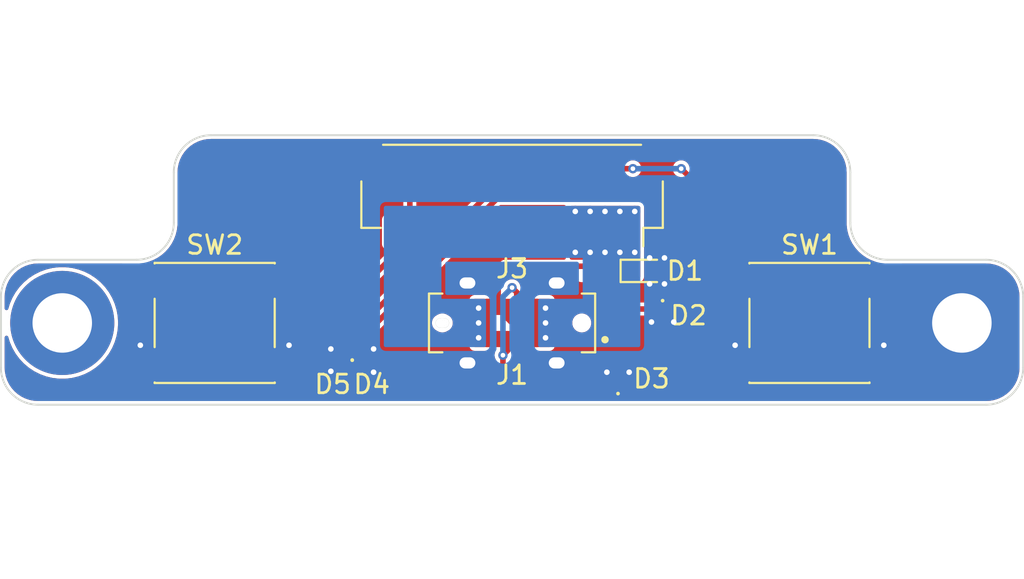
<source format=kicad_pcb>
(kicad_pcb (version 20221018) (generator pcbnew)
  (title_block (title "Galia USB-C breakout board") (date "2023-07-17") (rev "V1.0") (company "Created by Ariamelon (https://github.com/Ariamelon/Galia/)") (comment 1 "Licensed under CC BY 4.0."))
  (layers (0 "F.Cu" signal) (31 "B.Cu" signal) (34 "B.Paste" user) (35 "F.Paste" user) (36 "B.SilkS" user "B.Silkscreen") (37 "F.SilkS" user "F.Silkscreen") (38 "B.Mask" user) (39 "F.Mask" user) (44 "Edge.Cuts" user))
  (net 0 "")
  (net 1 "VBUS")
  (net 2 "GND")
  (net 3 "CC1")
  (net 4 "/D+")
  (net 5 "/D-")
  (net 7 "CC2")
  (net 9 "/BOOTSEL")
  (net 10 "/~{RST}")
  (footprint "Galia:MountingHole_3.2mm_M3_Pad" (layer "F.Cu") (at 65.8 53)
    (fp_text reference "H1" hide)
    (fp_text value "M3" hide)
    (pad "1" thru_hole circle (at 0 0) (size 5.6 5.6) (drill 3.2) (layers "*.Cu" "*.Mask"))
  )
  (footprint "Galia:MountingHole_3.2mm_M3_Pad" (layer "F.Cu") (at 114.2 53)
    (fp_text reference "H2" hide)
    (fp_text value "M3" hide)
    (pad "1" thru_hole circle (at 0 0) (size 5.6 5.6) (drill 3.2) (layers "*.Cu" "*.Mask") (net 2 "GND"))
  )
  (footprint "Galia:Texas_DPY0002A_0.6x1mm_P0.65mm" (layer "F.Cu") (at 95.7 56 90)
    (fp_text reference "D3" (at 0 1.8 unlocked) (layer "F.SilkS"))
    (fp_text value "5V")
    (fp_circle (center -0.8 0) (end -0.75 0) (stroke (width 0.1)) (fill none) (layer "F.SilkS"))
    (pad "1" smd rect (at -0.35 0 90) (size 0.3 0.5) (layers "F.Cu" "F.Paste" "F.Mask") (net 3 "CC1"))
    (pad "2" smd rect (at 0.35 0 90) (size 0.3 0.5) (layers "F.Cu" "F.Paste" "F.Mask") (net 2 "GND"))
  )
  (footprint "Galia:Texas_DPY0002A_0.6x1mm_P0.65mm" (layer "F.Cu") (at 80.6 55 180)
    (fp_text reference "D5" (at 0.25 -1.3 unlocked) (layer "F.SilkS"))
    (fp_text value "5V")
    (fp_circle (center -0.8 0) (end -0.75 0) (stroke (width 0.1)) (fill none) (layer "F.SilkS"))
    (pad "1" smd rect (at -0.35 0 180) (size 0.3 0.5) (layers "F.Cu" "F.Paste" "F.Mask") (net 4 "/D+"))
    (pad "2" smd rect (at 0.35 0 180) (size 0.3 0.5) (layers "F.Cu" "F.Paste" "F.Mask") (net 2 "GND"))
  )
  (footprint "Galia:SW_SPST_PTS645" (layer "F.Cu") (at 74 53 180)
    (fp_text reference "SW2" (at 0 4.2 unlocked) (layer "F.SilkS"))
    (fp_text value "PTS45")
    (fp_line (start -3.23 -3.23) (end 3.23 -3.23) (stroke (width 0.12)) (layer "F.SilkS"))
    (fp_line (start -3.23 -3.2) (end -3.23 -3.23) (stroke (width 0.12)) (layer "F.SilkS"))
    (fp_line (start -3.23 -1.3) (end -3.23 1.3) (stroke (width 0.12)) (layer "F.SilkS"))
    (fp_line (start -3.23 3.23) (end -3.23 3.2) (stroke (width 0.12)) (layer "F.SilkS"))
    (fp_line (start -3.23 3.23) (end 3.23 3.23) (stroke (width 0.12)) (layer "F.SilkS"))
    (fp_line (start 3.23 -3.23) (end 3.23 -3.2) (stroke (width 0.12)) (layer "F.SilkS"))
    (fp_line (start 3.23 -1.3) (end 3.23 1.3) (stroke (width 0.12)) (layer "F.SilkS"))
    (fp_line (start 3.23 3.23) (end 3.23 3.2) (stroke (width 0.12)) (layer "F.SilkS"))
    (pad "1" smd rect (at -3.98 -2.25 180) (size 1.55 1.3) (layers "F.Cu" "F.Paste" "F.Mask") (net 2 "GND"))
    (pad "1" smd rect (at 3.98 -2.25 180) (size 1.55 1.3) (layers "F.Cu" "F.Paste" "F.Mask") (net 2 "GND"))
    (pad "2" smd rect (at -3.98 2.25 180) (size 1.55 1.3) (layers "F.Cu" "F.Paste" "F.Mask") (net 9 "/BOOTSEL"))
    (pad "2" smd rect (at 3.98 2.25 180) (size 1.55 1.3) (layers "F.Cu" "F.Paste" "F.Mask") (net 9 "/BOOTSEL"))
  )
  (footprint "Galia:SW_SPST_PTS645" (layer "F.Cu") (at 106 53 180)
    (fp_text reference "SW1" (at 0 4.2 unlocked) (layer "F.SilkS"))
    (fp_text value "PTS45")
    (fp_line (start -3.23 -3.23) (end 3.23 -3.23) (stroke (width 0.12)) (layer "F.SilkS"))
    (fp_line (start -3.23 -3.2) (end -3.23 -3.23) (stroke (width 0.12)) (layer "F.SilkS"))
    (fp_line (start -3.23 -1.3) (end -3.23 1.3) (stroke (width 0.12)) (layer "F.SilkS"))
    (fp_line (start -3.23 3.23) (end -3.23 3.2) (stroke (width 0.12)) (layer "F.SilkS"))
    (fp_line (start -3.23 3.23) (end 3.23 3.23) (stroke (width 0.12)) (layer "F.SilkS"))
    (fp_line (start 3.23 -3.23) (end 3.23 -3.2) (stroke (width 0.12)) (layer "F.SilkS"))
    (fp_line (start 3.23 -1.3) (end 3.23 1.3) (stroke (width 0.12)) (layer "F.SilkS"))
    (fp_line (start 3.23 3.23) (end 3.23 3.2) (stroke (width 0.12)) (layer "F.SilkS"))
    (pad "1" smd rect (at -3.98 -2.25 180) (size 1.55 1.3) (layers "F.Cu" "F.Paste" "F.Mask") (net 2 "GND"))
    (pad "1" smd rect (at 3.98 -2.25 180) (size 1.55 1.3) (layers "F.Cu" "F.Paste" "F.Mask") (net 2 "GND"))
    (pad "2" smd rect (at -3.98 2.25 180) (size 1.55 1.3) (layers "F.Cu" "F.Paste" "F.Mask") (net 10 "/~{RST}"))
    (pad "2" smd rect (at 3.98 2.25 180) (size 1.55 1.3) (layers "F.Cu" "F.Paste" "F.Mask") (net 10 "/~{RST}"))
  )
  (footprint "Galia:Texas_DPY0002A_0.6x1mm_P0.65mm" (layer "F.Cu") (at 98.1 52.6 -90)
    (fp_text reference "D2" (at 0 -1.4 unlocked) (layer "F.SilkS"))
    (fp_text value "5V")
    (fp_circle (center -0.8 0) (end -0.75 0) (stroke (width 0.1)) (fill none) (layer "F.SilkS"))
    (pad "1" smd rect (at -0.35 0 270) (size 0.3 0.5) (layers "F.Cu" "F.Paste" "F.Mask") (net 7 "CC2"))
    (pad "2" smd rect (at 0.35 0 270) (size 0.3 0.5) (layers "F.Cu" "F.Paste" "F.Mask") (net 2 "GND"))
  )
  (footprint "Galia:Texas_DPY0002A_0.6x1mm_P0.65mm" (layer "F.Cu") (at 82.2 55)
    (fp_text reference "D4" (at 0.25 1.3 unlocked) (layer "F.SilkS"))
    (fp_text value "5V")
    (fp_circle (center -0.8 0) (end -0.75 0) (stroke (width 0.1)) (fill none) (layer "F.SilkS"))
    (pad "1" smd rect (at -0.35 0) (size 0.3 0.5) (layers "F.Cu" "F.Paste" "F.Mask") (net 5 "/D-"))
    (pad "2" smd rect (at 0.35 0) (size 0.3 0.5) (layers "F.Cu" "F.Paste" "F.Mask") (net 2 "GND"))
  )
  (footprint "Galia:CON-USB4120-03-C-REVA" (layer "F.Cu") (at 90 53 180)
    (fp_text reference "J1" (at 0 -2.8 unlocked) (layer "F.SilkS"))
    (fp_text value "USB In" hide)
    (fp_line (start -4.47 -1.58) (end -4.47 1.58) (stroke (width 0.12)) (layer "F.SilkS"))
    (fp_line (start -4.47 1.58) (end -3.75 1.58) (stroke (width 0.12)) (layer "F.SilkS"))
    (fp_line (start -3.75 -1.58) (end -4.47 -1.58) (stroke (width 0.12)) (layer "F.SilkS"))
    (fp_line (start 3.75 -1.58) (end 4.47 -1.58) (stroke (width 0.12)) (layer "F.SilkS"))
    (fp_line (start 4.47 -1.58) (end 4.47 1.58) (stroke (width 0.12)) (layer "F.SilkS"))
    (fp_line (start 4.47 1.58) (end 3.75 1.58) (stroke (width 0.12)) (layer "F.SilkS"))
    (fp_circle (center -5 -0.9) (end -4.9 -0.9) (stroke (width 0.2)) (fill none) (layer "F.SilkS"))
    (fp_line (start 3.65 -0.26) (end 3.85 -0.26) (stroke (width 0.01)) (layer "Edge.Cuts"))
    (fp_line (start 3.85 0.26) (end 3.65 0.26) (stroke (width 0.01)) (layer "Edge.Cuts"))
    (fp_arc (start 3.39 0) (mid 3.466152 -0.183848) (end 3.65 -0.26) (stroke (width 0.01)) (layer "Edge.Cuts"))
    (fp_arc (start 3.65 0.26) (mid 3.466152 0.183848) (end 3.39 0) (stroke (width 0.01)) (layer "Edge.Cuts"))
    (fp_arc (start 3.85 -0.26) (mid 4.033848 -0.183848) (end 4.11 0) (stroke (width 0.01)) (layer "Edge.Cuts"))
    (fp_arc (start 4.11 0) (mid 4.033848 0.183848) (end 3.85 0.26) (stroke (width 0.01)) (layer "Edge.Cuts"))
    (pad "" np_thru_hole circle (at -3.75 0 180) (size 0.52 0.52) (drill 0.52) (layers "*.Cu" "*.Mask"))
    (pad "" np_thru_hole circle (at 3.75 0 180) (size 0.52 0.52) (drill 0.52) (layers "*.Cu" "*.Mask"))
    (pad "A1" smd rect (at -2.75 -0.865 180) (size 0.3 0.87) (layers "F.Cu" "F.Paste" "F.Mask") (net 2 "GND"))
    (pad "A4" smd rect (at -1.25 -0.865 180) (size 0.3 0.87) (layers "F.Cu" "F.Paste" "F.Mask") (net 1 "VBUS"))
    (pad "A5" smd rect (at -0.75 -0.865 180) (size 0.3 0.87) (layers "F.Cu" "F.Paste" "F.Mask") (net 3 "CC1"))
    (pad "A6" smd rect (at -0.25 -0.865 180) (size 0.3 0.87) (layers "F.Cu" "F.Paste" "F.Mask") (net 4 "/D+"))
    (pad "A7" smd rect (at 0.25 -0.865 180) (size 0.3 0.87) (layers "F.Cu" "F.Paste" "F.Mask") (net 5 "/D-"))
    (pad "A8" smd rect (at 0.75 -0.865 180) (size 0.3 0.87) (layers "F.Cu" "F.Paste" "F.Mask"))
    (pad "A9" smd rect (at 1.25 -0.865 180) (size 0.3 0.87) (layers "F.Cu" "F.Paste" "F.Mask") (net 1 "VBUS"))
    (pad "A12" smd rect (at 2.75 -0.865 180) (size 0.3 0.87) (layers "F.Cu" "F.Paste" "F.Mask") (net 2 "GND"))
    (pad "B1" smd rect (at 2.75 0.865 180) (size 0.3 0.87) (layers "F.Cu" "F.Paste" "F.Mask") (net 2 "GND"))
    (pad "B4" smd rect (at 1.25 0.865 180) (size 0.3 0.87) (layers "F.Cu" "F.Paste" "F.Mask") (net 1 "VBUS"))
    (pad "B5" smd rect (at 0.75 0.865 180) (size 0.3 0.87) (layers "F.Cu" "F.Paste" "F.Mask") (net 7 "CC2"))
    (pad "B6" smd rect (at 0.25 0.865 180) (size 0.3 0.87) (layers "F.Cu" "F.Paste" "F.Mask") (net 4 "/D+"))
    (pad "B7" smd rect (at -0.25 0.865 180) (size 0.3 0.87) (layers "F.Cu" "F.Paste" "F.Mask") (net 5 "/D-"))
    (pad "B8" smd rect (at -0.75 0.865 180) (size 0.3 0.87) (layers "F.Cu" "F.Paste" "F.Mask"))
    (pad "B9" smd rect (at -1.25 0.865 180) (size 0.3 0.87) (layers "F.Cu" "F.Paste" "F.Mask") (net 1 "VBUS"))
    (pad "B12" smd rect (at -2.75 0.865 180) (size 0.3 0.87) (layers "F.Cu" "F.Paste" "F.Mask") (net 2 "GND"))
    (pad "S1" thru_hole oval (at -2.4 -2.15 180) (size 2.2 1.1) (drill oval 0.85 0.6) (layers "*.Cu" "*.Mask") (net 2 "GND"))
    (pad "S1" thru_hole oval (at -2.4 2.15 180) (size 2.2 1.1) (drill oval 0.85 0.6) (layers "*.Cu" "*.Mask") (net 2 "GND"))
    (pad "S1" thru_hole oval (at 2.4 -2.15 180) (size 2.2 1.1) (drill oval 0.85 0.6) (layers "*.Cu" "*.Mask") (net 2 "GND"))
    (pad "S1" thru_hole oval (at 2.4 2.15 180) (size 2.2 1.1) (drill oval 0.85 0.6) (layers "*.Cu" "*.Mask") (net 2 "GND"))
  )
  (footprint "Galia:JST_SH_SM14B-SRSS-TB_1x14-1MP_P1.00mm_Horizontal" (layer "F.Cu") (at 90 46.1 180)
    (fp_text reference "J3" (at 0 -3.98 180) (layer "F.SilkS"))
    (fp_text value "USB")
    (fp_line (start -8.11 -1.785) (end -7.06 -1.785) (stroke (width 0.12)) (layer "F.SilkS"))
    (fp_line (start -8.11 0.715) (end -8.11 -1.785) (stroke (width 0.12)) (layer "F.SilkS"))
    (fp_line (start -7.06 -1.785) (end -7.06 -2.775) (stroke (width 0.12)) (layer "F.SilkS"))
    (fp_line (start -6.94 2.685) (end 6.94 2.685) (stroke (width 0.12)) (layer "F.SilkS"))
    (fp_line (start 8.11 -1.785) (end 7.06 -1.785) (stroke (width 0.12)) (layer "F.SilkS"))
    (fp_line (start 8.11 0.715) (end 8.11 -1.785) (stroke (width 0.12)) (layer "F.SilkS"))
    (pad "1" smd roundrect (at -6.5 -2 180) (size 0.6 1.55) (layers "F.Cu" "F.Paste" "F.Mask") (net 1 "VBUS"))
    (pad "2" smd roundrect (at -5.5 -2 180) (size 0.6 1.55) (layers "F.Cu" "F.Paste" "F.Mask") (net 1 "VBUS"))
    (pad "3" smd roundrect (at -4.5 -2 180) (size 0.6 1.55) (layers "F.Cu" "F.Paste" "F.Mask") (net 1 "VBUS"))
    (pad "4" smd roundrect (at -3.5 -2 180) (size 0.6 1.55) (layers "F.Cu" "F.Paste" "F.Mask") (net 1 "VBUS"))
    (pad "5" smd roundrect (at -2.5 -2 180) (size 0.6 1.55) (layers "F.Cu" "F.Paste" "F.Mask") (net 2 "GND"))
    (pad "6" smd roundrect (at -1.5 -2 180) (size 0.6 1.55) (layers "F.Cu" "F.Paste" "F.Mask") (net 2 "GND"))
    (pad "7" smd roundrect (at -0.5 -2 180) (size 0.6 1.55) (layers "F.Cu" "F.Paste" "F.Mask") (net 2 "GND"))
    (pad "8" smd roundrect (at 0.5 -2 180) (size 0.6 1.55) (layers "F.Cu" "F.Paste" "F.Mask") (net 2 "GND"))
    (pad "9" smd roundrect (at 1.5 -2 180) (size 0.6 1.55) (layers "F.Cu" "F.Paste" "F.Mask") (net 7 "CC2"))
    (pad "10" smd roundrect (at 2.5 -2 180) (size 0.6 1.55) (layers "F.Cu" "F.Paste" "F.Mask") (net 3 "CC1"))
    (pad "11" smd roundrect (at 3.5 -2 180) (size 0.6 1.55) (layers "F.Cu" "F.Paste" "F.Mask") (net 5 "/D-"))
    (pad "12" smd roundrect (at 4.5 -2 180) (size 0.6 1.55) (layers "F.Cu" "F.Paste" "F.Mask") (net 4 "/D+"))
    (pad "13" smd roundrect (at 5.5 -2 180) (size 0.6 1.55) (layers "F.Cu" "F.Paste" "F.Mask") (net 10 "/~{RST}"))
    (pad "14" smd roundrect (at 6.5 -2 180) (size 0.6 1.55) (layers "F.Cu" "F.Paste" "F.Mask") (net 9 "/BOOTSEL"))
    (pad "MP" smd roundrect (at -7.8 1.875 180) (size 1.2 1.8) (layers "F.Cu" "F.Paste" "F.Mask") (roundrect_rratio 0.2083333333) (net 2 "GND"))
    (pad "MP" smd roundrect (at 7.8 1.875 180) (size 1.2 1.8) (layers "F.Cu" "F.Paste" "F.Mask") (roundrect_rratio 0.2083333333) (net 2 "GND"))
  )
  (footprint "Diode_SMD:D_SOD-523" (layer "F.Cu") (at 97.1 50.2)
    (fp_text reference "D1" (at 2.2 0) (layer "F.SilkS"))
    (fp_text value "5V")
    (fp_line (start -1.26 -0.6) (end -1.26 0.6) (stroke (width 0.12)) (layer "F.SilkS"))
    (fp_line (start 0.7 -0.6) (end -1.26 -0.6) (stroke (width 0.12)) (layer "F.SilkS"))
    (fp_line (start 0.7 0.6) (end -1.26 0.6) (stroke (width 0.12)) (layer "F.SilkS"))
    (pad "1" smd roundrect (at -0.7 0 180) (size 0.6 0.7) (layers "F.Cu" "F.Paste" "F.Mask") (net 1 "VBUS"))
    (pad "2" smd roundrect (at 0.7 0 180) (size 0.6 0.7) (layers "F.Cu" "F.Paste" "F.Mask") (net 2 "GND"))
  )
  (gr_arc (start 106.200001 42.9) (mid 107.614214 43.485787) (end 108.200001 44.9) (stroke (width 0.1)) (layer "Edge.Cuts"))
  (gr_line (start 108.200001 44.9) (end 108.200001 47.6) (stroke (width 0.1)) (layer "Edge.Cuts"))
  (gr_line (start 115.5 57.399999) (end 64.5 57.399999) (stroke (width 0.1)) (layer "Edge.Cuts"))
  (gr_line (start 62.5 55.4) (end 62.5 51.6) (stroke (width 0.1)) (layer "Edge.Cuts"))
  (gr_arc (start 64.5 57.399999) (mid 63.085787 56.814213) (end 62.5 55.399999) (stroke (width 0.1)) (layer "Edge.Cuts"))
  (gr_line (start 71.8 44.9) (end 71.8 47.6) (stroke (width 0.1)) (layer "Edge.Cuts"))
  (gr_arc (start 117.5 55.4) (mid 116.914214 56.814214) (end 115.5 57.4) (stroke (width 0.1)) (layer "Edge.Cuts"))
  (gr_arc (start 62.5 51.6) (mid 63.085786 50.185786) (end 64.5 49.6) (stroke (width 0.1)) (layer "Edge.Cuts"))
  (gr_line (start 117.5 51.6) (end 117.5 55.4) (stroke (width 0.1)) (layer "Edge.Cuts"))
  (gr_arc (start 71.8 44.9) (mid 72.385786 43.485786) (end 73.8 42.9) (stroke (width 0.1)) (layer "Edge.Cuts"))
  (gr_arc (start 110.200001 49.6) (mid 108.785787 49.014214) (end 108.200001 47.6) (stroke (width 0.1)) (layer "Edge.Cuts"))
  (gr_line (start 110.2 49.6) (end 115.5 49.6) (stroke (width 0.1)) (layer "Edge.Cuts"))
  (gr_arc (start 71.8 47.6) (mid 71.214214 49.014214) (end 69.8 49.6) (stroke (width 0.1)) (layer "Edge.Cuts"))
  (gr_line (start 64.5 49.6) (end 69.8 49.6) (stroke (width 0.1)) (layer "Edge.Cuts"))
  (gr_line (start 106.2 42.9) (end 73.8 42.9) (stroke (width 0.1)) (layer "Edge.Cuts"))
  (gr_arc (start 115.5 49.6) (mid 116.914213 50.185787) (end 117.5 51.6) (stroke (width 0.1)) (layer "Edge.Cuts"))
  (via (at 94.2 47) (size 0.6) (drill 0.3) (layers "F.Cu" "B.Cu") (net 1))
  (via (at 95.8 47) (size 0.6) (drill 0.3) (layers "F.Cu" "B.Cu") (net 1))
  (via (at 88.2 53) (size 0.6) (drill 0.3) (layers "F.Cu" "B.Cu") (net 1))
  (via (at 91.8 53.8) (size 0.6) (drill 0.3) (layers "F.Cu" "B.Cu") (net 1))
  (via (at 88.2 53.8) (size 0.6) (drill 0.3) (layers "F.Cu" "B.Cu") (net 1))
  (via (at 88.2 52.2) (size 0.6) (drill 0.3) (layers "F.Cu" "B.Cu") (net 1))
  (via (at 93.4 47) (size 0.6) (drill 0.3) (layers "F.Cu" "B.Cu") (net 1))
  (via (at 91.8 53) (size 0.6) (drill 0.3) (layers "F.Cu" "B.Cu") (net 1))
  (via (at 95.8 49.2) (size 0.6) (drill 0.3) (layers "F.Cu" "B.Cu") (net 1))
  (via (at 91.8 52.2) (size 0.6) (drill 0.3) (layers "F.Cu" "B.Cu") (net 1))
  (via (at 95 47) (size 0.6) (drill 0.3) (layers "F.Cu" "B.Cu") (net 1))
  (via (at 96.6 47) (size 0.6) (drill 0.3) (layers "F.Cu" "B.Cu") (net 1))
  (via (at 96.6 49.2) (size 0.6) (drill 0.3) (layers "F.Cu" "B.Cu") (net 1))
  (via (at 94.2 49.2) (size 0.6) (drill 0.3) (layers "F.Cu" "B.Cu") (net 1))
  (via (at 95 49.2) (size 0.6) (drill 0.3) (layers "F.Cu" "B.Cu") (net 1))
  (via (at 93.4 49.2) (size 0.6) (drill 0.3) (layers "F.Cu" "B.Cu") (net 1))
  (via (at 80.25 54.4) (size 0.6) (drill 0.3) (layers "F.Cu" "B.Cu") (net 2))
  (via (at 102 54.2) (size 0.6) (drill 0.3) (layers "F.Cu" "B.Cu") (net 2))
  (via (at 80.25 55.6) (size 0.6) (drill 0.3) (layers "F.Cu" "B.Cu") (net 2))
  (via (at 97.4 49.5) (size 0.6) (drill 0.3) (layers "F.Cu" "B.Cu") (net 2))
  (via (at 96.3 55.65) (size 0.6) (drill 0.3) (layers "F.Cu" "B.Cu") (net 2))
  (via (at 98.2 50.9) (size 0.6) (drill 0.3) (layers "F.Cu" "B.Cu") (net 2))
  (via (at 110 54.2) (size 0.6) (drill 0.3) (layers "F.Cu" "B.Cu") (net 2))
  (via (at 70 54.2) (size 0.6) (drill 0.3) (layers "F.Cu" "B.Cu") (net 2))
  (via (at 95.1 55.65) (size 0.6) (drill 0.3) (layers "F.Cu" "B.Cu") (net 2))
  (via (at 98.2 49.5) (size 0.6) (drill 0.3) (layers "F.Cu" "B.Cu") (net 2))
  (via (at 98.7 52.95) (size 0.6) (drill 0.3) (layers "F.Cu" "B.Cu") (net 2))
  (via (at 97.5 52.95) (size 0.6) (drill 0.3) (layers "F.Cu" "B.Cu") (net 2))
  (via (at 82.55 55.65) (size 0.6) (drill 0.3) (layers "F.Cu" "B.Cu") (net 2))
  (via (at 78 54.2) (size 0.6) (drill 0.3) (layers "F.Cu" "B.Cu") (net 2))
  (via (at 82.55 54.4) (size 0.6) (drill 0.3) (layers "F.Cu" "B.Cu") (net 2))
  (via (at 97.4 50.9) (size 0.6) (drill 0.3) (layers "F.Cu" "B.Cu") (net 2))
  (segment (start 91.25 56.35) (end 90.75 55.85) (width 0.3) (layer "F.Cu") (net 3))
  (segment (start 96.519239 56.35) (end 91.25 56.35) (width 0.3) (layer "F.Cu") (net 3))
  (segment (start 87.5 47.292894) (end 88.992893 45.8) (width 0.3) (layer "F.Cu") (net 3))
  (segment (start 99.4 47.292894) (end 99.4 53.469239) (width 0.3) (layer "F.Cu") (net 3))
  (segment (start 90.75 55.85) (end 90.75 53.865) (width 0.3) (layer "F.Cu") (net 3))
  (segment (start 88.992893 45.8) (end 97.907106 45.8) (width 0.3) (layer "F.Cu") (net 3))
  (segment (start 97.907106 45.8) (end 99.4 47.292894) (width 0.3) (layer "F.Cu") (net 3))
  (segment (start 99.4 53.469239) (end 96.519239 56.35) (width 0.3) (layer "F.Cu") (net 3))
  (segment (start 87.5 48.1) (end 87.5 47.292894) (width 0.3) (layer "F.Cu") (net 3))
  (segment (start 80.95 55) (end 80.95 54.05) (width 0.3) (layer "F.Cu") (net 4))
  (segment (start 88.900001 56.8) (end 90.25 55.45) (width 0.3) (layer "F.Cu") (net 4))
  (segment (start 85.5 49.5) (end 85.5 48.1) (width 0.3) (layer "F.Cu") (net 4))
  (segment (start 90.25 55.45) (end 90.25 53.865) (width 0.3) (layer "F.Cu") (net 4))
  (segment (start 89.75 52.75) (end 90.25 53.25) (width 0.3) (layer "F.Cu") (net 4))
  (segment (start 89.75 52.135) (end 89.75 52.75) (width 0.3) (layer "F.Cu") (net 4))
  (segment (start 80.95 55.707106) (end 82.042894 56.8) (width 0.3) (layer "F.Cu") (net 4))
  (segment (start 90.25 53.25) (end 90.25 53.865) (width 0.3) (layer "F.Cu") (net 4))
  (segment (start 82.042894 56.8) (end 88.900001 56.8) (width 0.3) (layer "F.Cu") (net 4))
  (segment (start 80.95 55) (end 80.95 55.707106) (width 0.3) (layer "F.Cu") (net 4))
  (segment (start 80.95 54.05) (end 85.5 49.5) (width 0.3) (layer "F.Cu") (net 4))
  (segment (start 89.75 54.495101) (end 89.50902 54.736081) (width 0.3) (layer "F.Cu") (net 5))
  (segment (start 81.85 53.857106) (end 81.85 55) (width 0.3) (layer "F.Cu") (net 5))
  (segment (start 86.5 48.1) (end 86.5 49.207106) (width 0.3) (layer "F.Cu") (net 5))
  (segment (start 82.25 56.3) (end 81.85 55.9) (width 0.3) (layer "F.Cu") (net 5))
  (segment (start 90.25 52.135) (end 90.25 51.35) (width 0.3) (layer "F.Cu") (net 5))
  (segment (start 86.5 49.207106) (end 81.85 53.857106) (width 0.3) (layer "F.Cu") (net 5))
  (segment (start 89.75 53.865) (end 89.75 54.495101) (width 0.3) (layer "F.Cu") (net 5))
  (segment (start 90.25 51.35) (end 90 51.1) (width 0.3) (layer "F.Cu") (net 5))
  (segment (start 81.85 55.9) (end 81.85 55) (width 0.3) (layer "F.Cu") (net 5))
  (segment (start 82.25 56.3) (end 88.692894 56.3) (width 0.3) (layer "F.Cu") (net 5))
  (segment (start 89.50902 54.736081) (end 89.50902 55.483874) (width 0.3) (layer "F.Cu") (net 5))
  (segment (start 89.50902 55.483874) (end 88.692894 56.3) (width 0.3) (layer "F.Cu") (net 5))
  (via (at 89.50902 54.736081) (size 0.5) (drill 0.25) (layers "F.Cu" "B.Cu") (net 5))
  (via (at 90 51.1) (size 0.5) (drill 0.25) (layers "F.Cu" "B.Cu") (net 5))
  (segment (start 89.50902 51.59098) (end 89.50902 54.736081) (width 0.3) (layer "B.Cu") (net 5))
  (segment (start 90 51.1) (end 89.50902 51.59098) (width 0.3) (layer "B.Cu") (net 5))
  (segment (start 98.85 51.95) (end 98.55 52.25) (width 0.3) (layer "F.Cu") (net 7))
  (segment (start 96.25 52.25) (end 93.95 49.95) (width 0.3) (layer "F.Cu") (net 7))
  (segment (start 97.7 46.3) (end 98.85 47.45) (width 0.3) (layer "F.Cu") (net 7))
  (segment (start 98.1 52.25) (end 96.25 52.25) (width 0.3) (layer "F.Cu") (net 7))
  (segment (start 88.5 48.1) (end 88.5 47) (width 0.3) (layer "F.Cu") (net 7))
  (segment (start 89.25 50.342894) (end 89.25 52.135) (width 0.3) (layer "F.Cu") (net 7))
  (segment (start 93.95 49.95) (end 89.642894 49.95) (width 0.3) (layer "F.Cu") (net 7))
  (segment (start 89.2 46.3) (end 97.7 46.3) (width 0.3) (layer "F.Cu") (net 7))
  (segment (start 88.5 47) (end 89.2 46.3) (width 0.3) (layer "F.Cu") (net 7))
  (segment (start 98.85 47.45) (end 98.85 51.95) (width 0.3) (layer "F.Cu") (net 7))
  (segment (start 98.55 52.25) (end 98.1 52.25) (width 0.3) (layer "F.Cu") (net 7))
  (segment (start 89.642894 49.95) (end 89.25 50.342894) (width 0.3) (layer "F.Cu") (net 7))
  (segment (start 83.5 49.5) (end 83.5 48.1) (width 0.3) (layer "F.Cu") (net 9))
  (segment (start 82.25 50.75) (end 83.5 49.5) (width 0.3) (layer "F.Cu") (net 9))
  (segment (start 77.98 50.75) (end 82.25 50.75) (width 0.3) (layer "F.Cu") (net 9))
  (segment (start 77.98 50.75) (end 70.02 50.75) (width 0.3) (layer "F.Cu") (net 9))
  (segment (start 84.5 46.2) (end 86 44.7) (width 0.3) (layer "F.Cu") (net 10))
  (segment (start 99.1 44.7) (end 102.02 47.62) (width 0.3) (layer "F.Cu") (net 10))
  (segment (start 84.5 48.1) (end 84.5 46.2) (width 0.3) (layer "F.Cu") (net 10))
  (segment (start 86 44.7) (end 96.5 44.7) (width 0.3) (layer "F.Cu") (net 10))
  (segment (start 102.02 47.62) (end 102.02 50.75) (width 0.3) (layer "F.Cu") (net 10))
  (segment (start 109.98 50.75) (end 102.02 50.75) (width 0.3) (layer "F.Cu") (net 10))
  (via (at 99.1 44.7) (size 0.5) (drill 0.25) (layers "F.Cu" "B.Cu") (net 10))
  (via (at 96.5 44.7) (size 0.5) (drill 0.25) (layers "F.Cu" "B.Cu") (net 10))
  (segment (start 96.5 44.7) (end 99.1 44.7) (width 0.3) (layer "B.Cu") (net 10))
  (zone (net 1) (net_name "VBUS") (layer "F.Cu") (priority 1) (connect_pads yes (clearance 0.2)) (min_thickness 0.2) (fill yes (thermal_gap 0.5) (thermal_bridge_width 0.5))
    (polygon (pts (xy 93.1 50.6) (xy 93.1 46.7) (xy 96.9 46.7) (xy 96.9 50.6)))
  )
  (zone (net 1) (net_name "VBUS") (layer "F.Cu") (priority 2) (connect_pads yes (clearance 0.2)) (min_thickness 0.2) (fill yes (thermal_gap 0.5) (thermal_bridge_width 0.5))
    (polygon (pts (xy 88.9 54.3) (xy 88.9 51.7) (xy 87.9 51.7) (xy 87.9 54.3)))
  )
  (zone (net 1) (net_name "VBUS") (layer "F.Cu") (priority 2) (connect_pads yes (clearance 0.2)) (min_thickness 0.2) (fill yes (thermal_gap 0.5) (thermal_bridge_width 0.5))
    (polygon (pts (xy 91.1 51.7) (xy 91.1 54.3) (xy 92.1 54.3) (xy 92.1 51.7)))
  )
  (zone (net 2) (net_name "GND") (layers "F&B.Cu") (connect_pads yes (clearance 0.2)) (min_thickness 0.2) (fill yes (thermal_gap 0.5) (thermal_bridge_width 0.5))
    (polygon (pts (xy 62.5 57.4) (xy 62.5 42.9) (xy 117.5 42.9) (xy 117.5 57.4)))
  )
  (zone (net 1) (net_name "VBUS") (layer "B.Cu") (priority 3) (connect_pads yes (clearance 0.2)) (min_thickness 0.2) (fill yes (thermal_gap 0.5) (thermal_bridge_width 0.5))
    (polygon (pts (xy 83.1 46.7) (xy 96.9 46.7) (xy 96.9 54.3) (xy 91.4 54.3) (xy 91.4 51.7) (xy 93.8 51.7) (xy 93.8 49.5) (xy 86.2 49.5) (xy 86.2 51.7) (xy 88.6 51.7) (xy 88.6 54.3) (xy 83.1 54.3)))
  )
)
</source>
